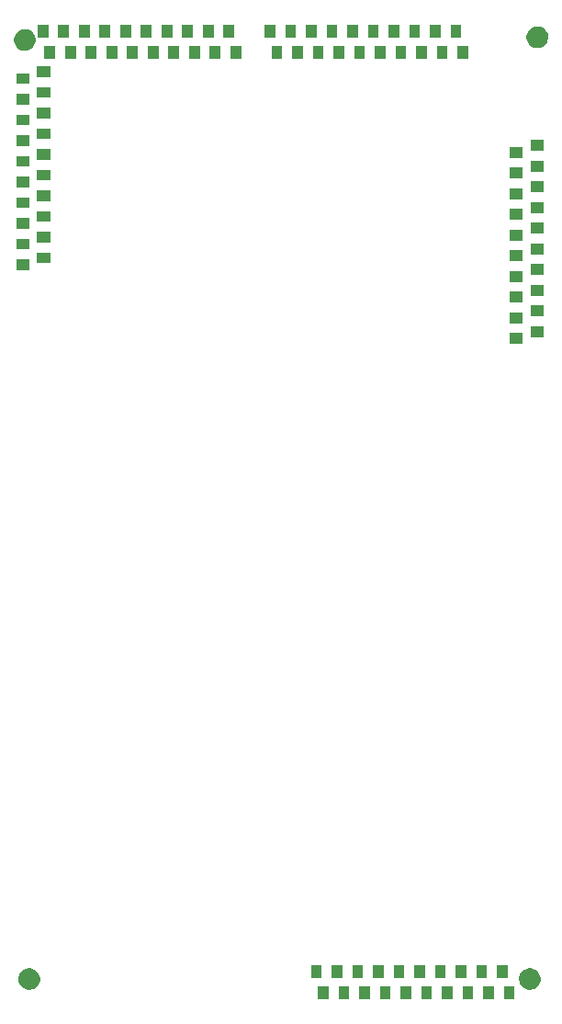
<source format=gbs>
G04 (created by PCBNEW (2013-04-04 BZR 4007)-stable) date Чтв 25 Апр 2013 15:29:09*
%MOIN*%
G04 Gerber Fmt 3.4, Leading zero omitted, Abs format*
%FSLAX34Y34*%
G01*
G70*
G90*
G04 APERTURE LIST*
%ADD10C,0.00472441*%
G04 APERTURE END LIST*
G54D10*
G36*
X35065Y-22209D02*
X34592Y-22209D01*
X34592Y-21814D01*
X35065Y-21814D01*
X35065Y-22209D01*
X35065Y-22209D01*
G37*
G36*
X35065Y-22959D02*
X34592Y-22959D01*
X34592Y-22564D01*
X35065Y-22564D01*
X35065Y-22959D01*
X35065Y-22959D01*
G37*
G36*
X35065Y-23709D02*
X34592Y-23709D01*
X34592Y-23314D01*
X35065Y-23314D01*
X35065Y-23709D01*
X35065Y-23709D01*
G37*
G36*
X35065Y-24459D02*
X34592Y-24459D01*
X34592Y-24064D01*
X35065Y-24064D01*
X35065Y-24459D01*
X35065Y-24459D01*
G37*
G36*
X35065Y-25209D02*
X34592Y-25209D01*
X34592Y-24814D01*
X35065Y-24814D01*
X35065Y-25209D01*
X35065Y-25209D01*
G37*
G36*
X35065Y-25959D02*
X34592Y-25959D01*
X34592Y-25564D01*
X35065Y-25564D01*
X35065Y-25959D01*
X35065Y-25959D01*
G37*
G36*
X35065Y-26709D02*
X34592Y-26709D01*
X34592Y-26314D01*
X35065Y-26314D01*
X35065Y-26709D01*
X35065Y-26709D01*
G37*
G36*
X35065Y-27459D02*
X34592Y-27459D01*
X34592Y-27064D01*
X35065Y-27064D01*
X35065Y-27459D01*
X35065Y-27459D01*
G37*
G36*
X35065Y-28209D02*
X34592Y-28209D01*
X34592Y-27814D01*
X35065Y-27814D01*
X35065Y-28209D01*
X35065Y-28209D01*
G37*
G36*
X35065Y-28959D02*
X34592Y-28959D01*
X34592Y-28564D01*
X35065Y-28564D01*
X35065Y-28959D01*
X35065Y-28959D01*
G37*
G36*
X35295Y-20573D02*
X35294Y-20658D01*
X35276Y-20736D01*
X35246Y-20804D01*
X35200Y-20869D01*
X35146Y-20921D01*
X35078Y-20964D01*
X35009Y-20991D01*
X34930Y-21004D01*
X34856Y-21003D01*
X34777Y-20986D01*
X34709Y-20956D01*
X34643Y-20910D01*
X34592Y-20857D01*
X34548Y-20789D01*
X34521Y-20720D01*
X34507Y-20641D01*
X34508Y-20567D01*
X34524Y-20488D01*
X34553Y-20421D01*
X34599Y-20354D01*
X34652Y-20302D01*
X34719Y-20258D01*
X34788Y-20231D01*
X34867Y-20215D01*
X34941Y-20216D01*
X35020Y-20232D01*
X35088Y-20261D01*
X35155Y-20306D01*
X35207Y-20358D01*
X35251Y-20426D01*
X35279Y-20494D01*
X35295Y-20573D01*
X35295Y-20573D01*
G37*
G36*
X35453Y-54628D02*
X35451Y-54713D01*
X35434Y-54791D01*
X35403Y-54859D01*
X35357Y-54925D01*
X35303Y-54976D01*
X35236Y-55019D01*
X35166Y-55046D01*
X35087Y-55060D01*
X35013Y-55058D01*
X34935Y-55041D01*
X34867Y-55011D01*
X34801Y-54965D01*
X34749Y-54912D01*
X34706Y-54844D01*
X34679Y-54776D01*
X34664Y-54696D01*
X34665Y-54622D01*
X34682Y-54544D01*
X34711Y-54476D01*
X34756Y-54409D01*
X34809Y-54357D01*
X34877Y-54313D01*
X34945Y-54286D01*
X35024Y-54271D01*
X35098Y-54271D01*
X35177Y-54287D01*
X35245Y-54316D01*
X35312Y-54361D01*
X35364Y-54413D01*
X35409Y-54481D01*
X35437Y-54549D01*
X35453Y-54628D01*
X35453Y-54628D01*
G37*
G36*
X35758Y-20543D02*
X35363Y-20543D01*
X35363Y-20070D01*
X35758Y-20070D01*
X35758Y-20543D01*
X35758Y-20543D01*
G37*
G36*
X35815Y-21959D02*
X35342Y-21959D01*
X35342Y-21564D01*
X35815Y-21564D01*
X35815Y-21959D01*
X35815Y-21959D01*
G37*
G36*
X35815Y-22709D02*
X35342Y-22709D01*
X35342Y-22314D01*
X35815Y-22314D01*
X35815Y-22709D01*
X35815Y-22709D01*
G37*
G36*
X35815Y-23459D02*
X35342Y-23459D01*
X35342Y-23064D01*
X35815Y-23064D01*
X35815Y-23459D01*
X35815Y-23459D01*
G37*
G36*
X35815Y-24209D02*
X35342Y-24209D01*
X35342Y-23814D01*
X35815Y-23814D01*
X35815Y-24209D01*
X35815Y-24209D01*
G37*
G36*
X35815Y-24959D02*
X35342Y-24959D01*
X35342Y-24564D01*
X35815Y-24564D01*
X35815Y-24959D01*
X35815Y-24959D01*
G37*
G36*
X35815Y-25709D02*
X35342Y-25709D01*
X35342Y-25314D01*
X35815Y-25314D01*
X35815Y-25709D01*
X35815Y-25709D01*
G37*
G36*
X35815Y-26459D02*
X35342Y-26459D01*
X35342Y-26064D01*
X35815Y-26064D01*
X35815Y-26459D01*
X35815Y-26459D01*
G37*
G36*
X35815Y-27209D02*
X35342Y-27209D01*
X35342Y-26814D01*
X35815Y-26814D01*
X35815Y-27209D01*
X35815Y-27209D01*
G37*
G36*
X35815Y-27959D02*
X35342Y-27959D01*
X35342Y-27564D01*
X35815Y-27564D01*
X35815Y-27959D01*
X35815Y-27959D01*
G37*
G36*
X35815Y-28709D02*
X35342Y-28709D01*
X35342Y-28314D01*
X35815Y-28314D01*
X35815Y-28709D01*
X35815Y-28709D01*
G37*
G36*
X36008Y-21293D02*
X35613Y-21293D01*
X35613Y-20820D01*
X36008Y-20820D01*
X36008Y-21293D01*
X36008Y-21293D01*
G37*
G36*
X36508Y-20543D02*
X36113Y-20543D01*
X36113Y-20070D01*
X36508Y-20070D01*
X36508Y-20543D01*
X36508Y-20543D01*
G37*
G36*
X36758Y-21293D02*
X36363Y-21293D01*
X36363Y-20820D01*
X36758Y-20820D01*
X36758Y-21293D01*
X36758Y-21293D01*
G37*
G36*
X37258Y-20543D02*
X36863Y-20543D01*
X36863Y-20070D01*
X37258Y-20070D01*
X37258Y-20543D01*
X37258Y-20543D01*
G37*
G36*
X37508Y-21293D02*
X37113Y-21293D01*
X37113Y-20820D01*
X37508Y-20820D01*
X37508Y-21293D01*
X37508Y-21293D01*
G37*
G36*
X38008Y-20543D02*
X37613Y-20543D01*
X37613Y-20070D01*
X38008Y-20070D01*
X38008Y-20543D01*
X38008Y-20543D01*
G37*
G36*
X38258Y-21293D02*
X37863Y-21293D01*
X37863Y-20820D01*
X38258Y-20820D01*
X38258Y-21293D01*
X38258Y-21293D01*
G37*
G36*
X38758Y-20543D02*
X38363Y-20543D01*
X38363Y-20070D01*
X38758Y-20070D01*
X38758Y-20543D01*
X38758Y-20543D01*
G37*
G36*
X39008Y-21293D02*
X38613Y-21293D01*
X38613Y-20820D01*
X39008Y-20820D01*
X39008Y-21293D01*
X39008Y-21293D01*
G37*
G36*
X39508Y-20543D02*
X39113Y-20543D01*
X39113Y-20070D01*
X39508Y-20070D01*
X39508Y-20543D01*
X39508Y-20543D01*
G37*
G36*
X39758Y-21293D02*
X39363Y-21293D01*
X39363Y-20820D01*
X39758Y-20820D01*
X39758Y-21293D01*
X39758Y-21293D01*
G37*
G36*
X40258Y-20543D02*
X39863Y-20543D01*
X39863Y-20070D01*
X40258Y-20070D01*
X40258Y-20543D01*
X40258Y-20543D01*
G37*
G36*
X40508Y-21293D02*
X40113Y-21293D01*
X40113Y-20820D01*
X40508Y-20820D01*
X40508Y-21293D01*
X40508Y-21293D01*
G37*
G36*
X41008Y-20543D02*
X40613Y-20543D01*
X40613Y-20070D01*
X41008Y-20070D01*
X41008Y-20543D01*
X41008Y-20543D01*
G37*
G36*
X41258Y-21293D02*
X40863Y-21293D01*
X40863Y-20820D01*
X41258Y-20820D01*
X41258Y-21293D01*
X41258Y-21293D01*
G37*
G36*
X41758Y-20543D02*
X41363Y-20543D01*
X41363Y-20070D01*
X41758Y-20070D01*
X41758Y-20543D01*
X41758Y-20543D01*
G37*
G36*
X42008Y-21293D02*
X41613Y-21293D01*
X41613Y-20820D01*
X42008Y-20820D01*
X42008Y-21293D01*
X42008Y-21293D01*
G37*
G36*
X42508Y-20543D02*
X42113Y-20543D01*
X42113Y-20070D01*
X42508Y-20070D01*
X42508Y-20543D01*
X42508Y-20543D01*
G37*
G36*
X42758Y-21293D02*
X42363Y-21293D01*
X42363Y-20820D01*
X42758Y-20820D01*
X42758Y-21293D01*
X42758Y-21293D01*
G37*
G36*
X43994Y-20537D02*
X43600Y-20537D01*
X43600Y-20064D01*
X43994Y-20064D01*
X43994Y-20537D01*
X43994Y-20537D01*
G37*
G36*
X44244Y-21287D02*
X43850Y-21287D01*
X43850Y-20814D01*
X44244Y-20814D01*
X44244Y-21287D01*
X44244Y-21287D01*
G37*
G36*
X44744Y-20537D02*
X44350Y-20537D01*
X44350Y-20064D01*
X44744Y-20064D01*
X44744Y-20537D01*
X44744Y-20537D01*
G37*
G36*
X44994Y-21287D02*
X44600Y-21287D01*
X44600Y-20814D01*
X44994Y-20814D01*
X44994Y-21287D01*
X44994Y-21287D01*
G37*
G36*
X45494Y-20537D02*
X45100Y-20537D01*
X45100Y-20064D01*
X45494Y-20064D01*
X45494Y-20537D01*
X45494Y-20537D01*
G37*
G36*
X45679Y-54638D02*
X45285Y-54638D01*
X45285Y-54164D01*
X45679Y-54164D01*
X45679Y-54638D01*
X45679Y-54638D01*
G37*
G36*
X45744Y-21287D02*
X45350Y-21287D01*
X45350Y-20814D01*
X45744Y-20814D01*
X45744Y-21287D01*
X45744Y-21287D01*
G37*
G36*
X45929Y-55388D02*
X45535Y-55388D01*
X45535Y-54914D01*
X45929Y-54914D01*
X45929Y-55388D01*
X45929Y-55388D01*
G37*
G36*
X46244Y-20537D02*
X45850Y-20537D01*
X45850Y-20064D01*
X46244Y-20064D01*
X46244Y-20537D01*
X46244Y-20537D01*
G37*
G36*
X46429Y-54638D02*
X46035Y-54638D01*
X46035Y-54164D01*
X46429Y-54164D01*
X46429Y-54638D01*
X46429Y-54638D01*
G37*
G36*
X46494Y-21287D02*
X46100Y-21287D01*
X46100Y-20814D01*
X46494Y-20814D01*
X46494Y-21287D01*
X46494Y-21287D01*
G37*
G36*
X46679Y-55388D02*
X46285Y-55388D01*
X46285Y-54914D01*
X46679Y-54914D01*
X46679Y-55388D01*
X46679Y-55388D01*
G37*
G36*
X46994Y-20537D02*
X46600Y-20537D01*
X46600Y-20064D01*
X46994Y-20064D01*
X46994Y-20537D01*
X46994Y-20537D01*
G37*
G36*
X47179Y-54638D02*
X46785Y-54638D01*
X46785Y-54164D01*
X47179Y-54164D01*
X47179Y-54638D01*
X47179Y-54638D01*
G37*
G36*
X47244Y-21287D02*
X46850Y-21287D01*
X46850Y-20814D01*
X47244Y-20814D01*
X47244Y-21287D01*
X47244Y-21287D01*
G37*
G36*
X47429Y-55388D02*
X47035Y-55388D01*
X47035Y-54914D01*
X47429Y-54914D01*
X47429Y-55388D01*
X47429Y-55388D01*
G37*
G36*
X47744Y-20537D02*
X47350Y-20537D01*
X47350Y-20064D01*
X47744Y-20064D01*
X47744Y-20537D01*
X47744Y-20537D01*
G37*
G36*
X47929Y-54638D02*
X47535Y-54638D01*
X47535Y-54164D01*
X47929Y-54164D01*
X47929Y-54638D01*
X47929Y-54638D01*
G37*
G36*
X47994Y-21287D02*
X47600Y-21287D01*
X47600Y-20814D01*
X47994Y-20814D01*
X47994Y-21287D01*
X47994Y-21287D01*
G37*
G36*
X48179Y-55388D02*
X47785Y-55388D01*
X47785Y-54914D01*
X48179Y-54914D01*
X48179Y-55388D01*
X48179Y-55388D01*
G37*
G36*
X48494Y-20537D02*
X48100Y-20537D01*
X48100Y-20064D01*
X48494Y-20064D01*
X48494Y-20537D01*
X48494Y-20537D01*
G37*
G36*
X48679Y-54638D02*
X48285Y-54638D01*
X48285Y-54164D01*
X48679Y-54164D01*
X48679Y-54638D01*
X48679Y-54638D01*
G37*
G36*
X48744Y-21287D02*
X48350Y-21287D01*
X48350Y-20814D01*
X48744Y-20814D01*
X48744Y-21287D01*
X48744Y-21287D01*
G37*
G36*
X48929Y-55388D02*
X48535Y-55388D01*
X48535Y-54914D01*
X48929Y-54914D01*
X48929Y-55388D01*
X48929Y-55388D01*
G37*
G36*
X49244Y-20537D02*
X48850Y-20537D01*
X48850Y-20064D01*
X49244Y-20064D01*
X49244Y-20537D01*
X49244Y-20537D01*
G37*
G36*
X49429Y-54638D02*
X49035Y-54638D01*
X49035Y-54164D01*
X49429Y-54164D01*
X49429Y-54638D01*
X49429Y-54638D01*
G37*
G36*
X49494Y-21287D02*
X49100Y-21287D01*
X49100Y-20814D01*
X49494Y-20814D01*
X49494Y-21287D01*
X49494Y-21287D01*
G37*
G36*
X49679Y-55388D02*
X49285Y-55388D01*
X49285Y-54914D01*
X49679Y-54914D01*
X49679Y-55388D01*
X49679Y-55388D01*
G37*
G36*
X49994Y-20537D02*
X49600Y-20537D01*
X49600Y-20064D01*
X49994Y-20064D01*
X49994Y-20537D01*
X49994Y-20537D01*
G37*
G36*
X50179Y-54638D02*
X49785Y-54638D01*
X49785Y-54164D01*
X50179Y-54164D01*
X50179Y-54638D01*
X50179Y-54638D01*
G37*
G36*
X50244Y-21287D02*
X49850Y-21287D01*
X49850Y-20814D01*
X50244Y-20814D01*
X50244Y-21287D01*
X50244Y-21287D01*
G37*
G36*
X50429Y-55388D02*
X50035Y-55388D01*
X50035Y-54914D01*
X50429Y-54914D01*
X50429Y-55388D01*
X50429Y-55388D01*
G37*
G36*
X50744Y-20537D02*
X50350Y-20537D01*
X50350Y-20064D01*
X50744Y-20064D01*
X50744Y-20537D01*
X50744Y-20537D01*
G37*
G36*
X50929Y-54638D02*
X50535Y-54638D01*
X50535Y-54164D01*
X50929Y-54164D01*
X50929Y-54638D01*
X50929Y-54638D01*
G37*
G36*
X50994Y-21287D02*
X50600Y-21287D01*
X50600Y-20814D01*
X50994Y-20814D01*
X50994Y-21287D01*
X50994Y-21287D01*
G37*
G36*
X51179Y-55388D02*
X50785Y-55388D01*
X50785Y-54914D01*
X51179Y-54914D01*
X51179Y-55388D01*
X51179Y-55388D01*
G37*
G36*
X51679Y-54638D02*
X51285Y-54638D01*
X51285Y-54164D01*
X51679Y-54164D01*
X51679Y-54638D01*
X51679Y-54638D01*
G37*
G36*
X51929Y-55388D02*
X51535Y-55388D01*
X51535Y-54914D01*
X51929Y-54914D01*
X51929Y-55388D01*
X51929Y-55388D01*
G37*
G36*
X52429Y-54638D02*
X52035Y-54638D01*
X52035Y-54164D01*
X52429Y-54164D01*
X52429Y-54638D01*
X52429Y-54638D01*
G37*
G36*
X52679Y-55388D02*
X52285Y-55388D01*
X52285Y-54914D01*
X52679Y-54914D01*
X52679Y-55388D01*
X52679Y-55388D01*
G37*
G36*
X52978Y-24886D02*
X52505Y-24886D01*
X52505Y-24491D01*
X52978Y-24491D01*
X52978Y-24886D01*
X52978Y-24886D01*
G37*
G36*
X52978Y-25636D02*
X52505Y-25636D01*
X52505Y-25241D01*
X52978Y-25241D01*
X52978Y-25636D01*
X52978Y-25636D01*
G37*
G36*
X52978Y-26386D02*
X52505Y-26386D01*
X52505Y-25991D01*
X52978Y-25991D01*
X52978Y-26386D01*
X52978Y-26386D01*
G37*
G36*
X52978Y-27136D02*
X52505Y-27136D01*
X52505Y-26741D01*
X52978Y-26741D01*
X52978Y-27136D01*
X52978Y-27136D01*
G37*
G36*
X52978Y-27886D02*
X52505Y-27886D01*
X52505Y-27491D01*
X52978Y-27491D01*
X52978Y-27886D01*
X52978Y-27886D01*
G37*
G36*
X52978Y-28636D02*
X52505Y-28636D01*
X52505Y-28241D01*
X52978Y-28241D01*
X52978Y-28636D01*
X52978Y-28636D01*
G37*
G36*
X52978Y-29386D02*
X52505Y-29386D01*
X52505Y-28991D01*
X52978Y-28991D01*
X52978Y-29386D01*
X52978Y-29386D01*
G37*
G36*
X52978Y-30136D02*
X52505Y-30136D01*
X52505Y-29741D01*
X52978Y-29741D01*
X52978Y-30136D01*
X52978Y-30136D01*
G37*
G36*
X52978Y-30886D02*
X52505Y-30886D01*
X52505Y-30491D01*
X52978Y-30491D01*
X52978Y-30886D01*
X52978Y-30886D01*
G37*
G36*
X52978Y-31636D02*
X52505Y-31636D01*
X52505Y-31241D01*
X52978Y-31241D01*
X52978Y-31636D01*
X52978Y-31636D01*
G37*
G36*
X53622Y-54628D02*
X53621Y-54713D01*
X53603Y-54791D01*
X53573Y-54859D01*
X53526Y-54925D01*
X53473Y-54976D01*
X53405Y-55019D01*
X53336Y-55046D01*
X53257Y-55060D01*
X53183Y-55058D01*
X53104Y-55041D01*
X53036Y-55011D01*
X52970Y-54965D01*
X52919Y-54912D01*
X52875Y-54844D01*
X52848Y-54776D01*
X52833Y-54696D01*
X52834Y-54622D01*
X52851Y-54544D01*
X52880Y-54476D01*
X52926Y-54409D01*
X52979Y-54357D01*
X53046Y-54313D01*
X53114Y-54286D01*
X53194Y-54271D01*
X53267Y-54271D01*
X53347Y-54287D01*
X53414Y-54316D01*
X53482Y-54361D01*
X53533Y-54413D01*
X53578Y-54481D01*
X53606Y-54549D01*
X53622Y-54628D01*
X53622Y-54628D01*
G37*
G36*
X53728Y-24636D02*
X53255Y-24636D01*
X53255Y-24241D01*
X53728Y-24241D01*
X53728Y-24636D01*
X53728Y-24636D01*
G37*
G36*
X53728Y-25386D02*
X53255Y-25386D01*
X53255Y-24991D01*
X53728Y-24991D01*
X53728Y-25386D01*
X53728Y-25386D01*
G37*
G36*
X53728Y-26136D02*
X53255Y-26136D01*
X53255Y-25741D01*
X53728Y-25741D01*
X53728Y-26136D01*
X53728Y-26136D01*
G37*
G36*
X53728Y-26886D02*
X53255Y-26886D01*
X53255Y-26491D01*
X53728Y-26491D01*
X53728Y-26886D01*
X53728Y-26886D01*
G37*
G36*
X53728Y-27636D02*
X53255Y-27636D01*
X53255Y-27241D01*
X53728Y-27241D01*
X53728Y-27636D01*
X53728Y-27636D01*
G37*
G36*
X53728Y-28386D02*
X53255Y-28386D01*
X53255Y-27991D01*
X53728Y-27991D01*
X53728Y-28386D01*
X53728Y-28386D01*
G37*
G36*
X53728Y-29136D02*
X53255Y-29136D01*
X53255Y-28741D01*
X53728Y-28741D01*
X53728Y-29136D01*
X53728Y-29136D01*
G37*
G36*
X53728Y-29886D02*
X53255Y-29886D01*
X53255Y-29491D01*
X53728Y-29491D01*
X53728Y-29886D01*
X53728Y-29886D01*
G37*
G36*
X53728Y-30636D02*
X53255Y-30636D01*
X53255Y-30241D01*
X53728Y-30241D01*
X53728Y-30636D01*
X53728Y-30636D01*
G37*
G36*
X53728Y-31386D02*
X53255Y-31386D01*
X53255Y-30991D01*
X53728Y-30991D01*
X53728Y-31386D01*
X53728Y-31386D01*
G37*
G36*
X53897Y-20474D02*
X53896Y-20560D01*
X53879Y-20638D01*
X53848Y-20706D01*
X53802Y-20771D01*
X53748Y-20822D01*
X53681Y-20865D01*
X53611Y-20892D01*
X53532Y-20906D01*
X53458Y-20904D01*
X53380Y-20887D01*
X53312Y-20858D01*
X53246Y-20812D01*
X53194Y-20758D01*
X53151Y-20691D01*
X53123Y-20622D01*
X53109Y-20543D01*
X53110Y-20469D01*
X53127Y-20390D01*
X53156Y-20322D01*
X53201Y-20256D01*
X53254Y-20204D01*
X53322Y-20160D01*
X53390Y-20132D01*
X53469Y-20117D01*
X53543Y-20118D01*
X53622Y-20134D01*
X53690Y-20162D01*
X53757Y-20208D01*
X53809Y-20260D01*
X53854Y-20327D01*
X53882Y-20395D01*
X53897Y-20474D01*
X53897Y-20474D01*
G37*
M02*

</source>
